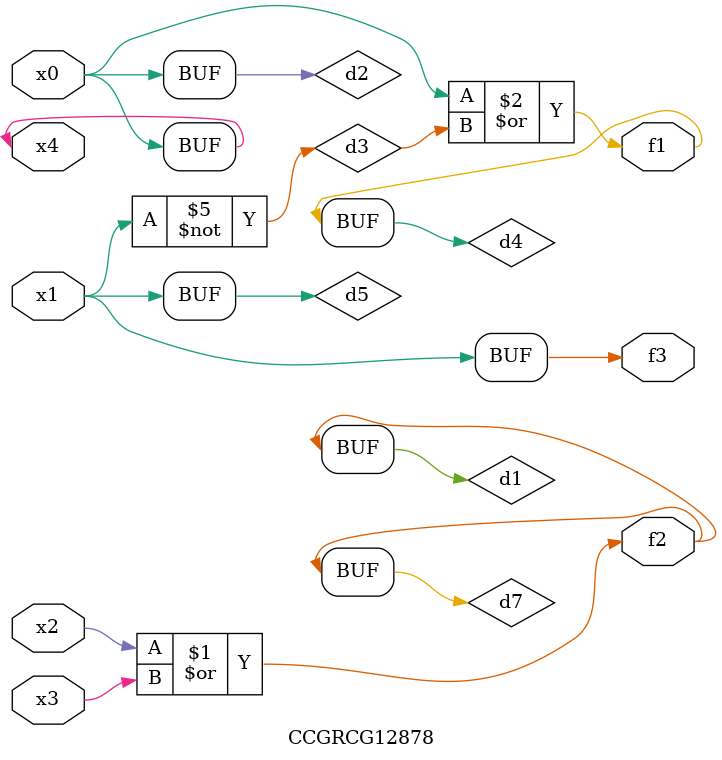
<source format=v>
module CCGRCG12878(
	input x0, x1, x2, x3, x4,
	output f1, f2, f3
);

	wire d1, d2, d3, d4, d5, d6, d7;

	or (d1, x2, x3);
	buf (d2, x0, x4);
	not (d3, x1);
	or (d4, d2, d3);
	not (d5, d3);
	nand (d6, d1, d3);
	or (d7, d1);
	assign f1 = d4;
	assign f2 = d7;
	assign f3 = d5;
endmodule

</source>
